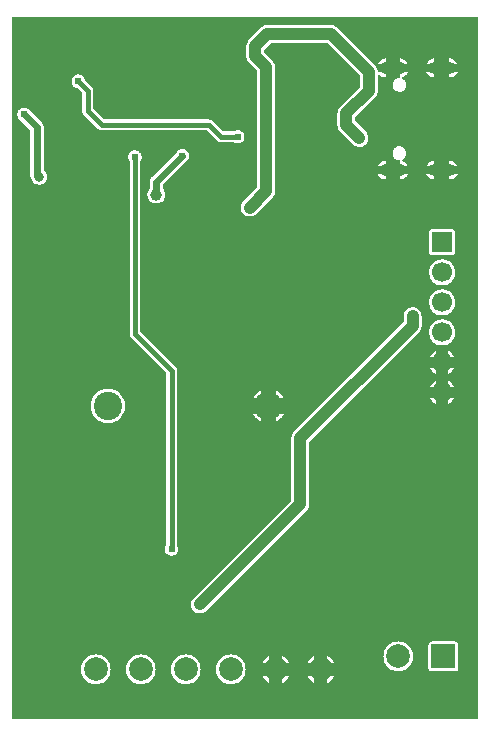
<source format=gbl>
G04 Layer: BottomLayer*
G04 EasyEDA v6.5.50, 2025-07-26 22:56:47*
G04 19dcf52f1c7e4662a813e58eb1d4b948,5db155e37078497989a25cdeaf243bf5,10*
G04 Gerber Generator version 0.2*
G04 Scale: 100 percent, Rotated: No, Reflected: No *
G04 Dimensions in millimeters *
G04 leading zeros omitted , absolute positions ,4 integer and 5 decimal *
%FSLAX45Y45*%
%MOMM*%

%ADD10C,0.4000*%
%ADD11C,1.0000*%
%ADD12C,0.6200*%
%ADD13C,0.6000*%
%ADD14R,1.7000X1.7000*%
%ADD15C,1.7000*%
%ADD16O,2.1999956000000003X1.0999978000000001*%
%ADD17O,2.2999954X1.0999978000000001*%
%ADD18C,2.4000*%
%ADD19C,2.0000*%
%ADD20R,2.0000X2.0000*%
%ADD21C,0.6200*%
%ADD22C,0.8000*%
%ADD23C,0.0132*%

%LPD*%
G36*
X36068Y25908D02*
G01*
X32156Y26670D01*
X28905Y28905D01*
X26670Y32156D01*
X25908Y36068D01*
X25908Y5963920D01*
X26670Y5967831D01*
X28905Y5971082D01*
X32156Y5973318D01*
X36068Y5974080D01*
X3963924Y5974080D01*
X3967835Y5973318D01*
X3971086Y5971082D01*
X3973322Y5967831D01*
X3974084Y5963920D01*
X3974084Y36068D01*
X3973322Y32156D01*
X3971086Y28905D01*
X3967835Y26670D01*
X3963924Y25908D01*
G37*

%LPC*%
G36*
X1880514Y324104D02*
G01*
X1895652Y325018D01*
X1910638Y327761D01*
X1925116Y332282D01*
X1938985Y338531D01*
X1951989Y346405D01*
X1963978Y355752D01*
X1974748Y366522D01*
X1984095Y378510D01*
X1991969Y391515D01*
X1998218Y405333D01*
X2002739Y419862D01*
X2005482Y434848D01*
X2006396Y449986D01*
X2005482Y465175D01*
X2002739Y480110D01*
X1998218Y494639D01*
X1991969Y508508D01*
X1984095Y521512D01*
X1974748Y533501D01*
X1963978Y544220D01*
X1951989Y553618D01*
X1938985Y561492D01*
X1925116Y567690D01*
X1910638Y572211D01*
X1895652Y574954D01*
X1880514Y575868D01*
X1865325Y574954D01*
X1850389Y572211D01*
X1835861Y567690D01*
X1821992Y561492D01*
X1808988Y553618D01*
X1796999Y544220D01*
X1786280Y533501D01*
X1776882Y521512D01*
X1769008Y508508D01*
X1762810Y494639D01*
X1758289Y480110D01*
X1755546Y465175D01*
X1754632Y449986D01*
X1755546Y434848D01*
X1758289Y419862D01*
X1762810Y405333D01*
X1769008Y391515D01*
X1776882Y378510D01*
X1786280Y366522D01*
X1796999Y355752D01*
X1808988Y346405D01*
X1821992Y338531D01*
X1835861Y332282D01*
X1850389Y327761D01*
X1865325Y325018D01*
G37*
G36*
X1118514Y324104D02*
G01*
X1133652Y325018D01*
X1148638Y327761D01*
X1163116Y332282D01*
X1176985Y338531D01*
X1189990Y346405D01*
X1201978Y355752D01*
X1212748Y366522D01*
X1222095Y378510D01*
X1229969Y391515D01*
X1236218Y405333D01*
X1240739Y419862D01*
X1243482Y434848D01*
X1244396Y449986D01*
X1243482Y465175D01*
X1240739Y480110D01*
X1236218Y494639D01*
X1229969Y508508D01*
X1222095Y521512D01*
X1212748Y533501D01*
X1201978Y544220D01*
X1189990Y553618D01*
X1176985Y561492D01*
X1163116Y567690D01*
X1148638Y572211D01*
X1133652Y574954D01*
X1118514Y575868D01*
X1103325Y574954D01*
X1088390Y572211D01*
X1073861Y567690D01*
X1059992Y561492D01*
X1046987Y553618D01*
X1034999Y544220D01*
X1024280Y533501D01*
X1014882Y521512D01*
X1007008Y508508D01*
X1000810Y494639D01*
X996289Y480110D01*
X993546Y465175D01*
X992632Y449986D01*
X993546Y434848D01*
X996289Y419862D01*
X1000810Y405333D01*
X1007008Y391515D01*
X1014882Y378510D01*
X1024280Y366522D01*
X1034999Y355752D01*
X1046987Y346405D01*
X1059992Y338531D01*
X1073861Y332282D01*
X1088390Y327761D01*
X1103325Y325018D01*
G37*
G36*
X737514Y324104D02*
G01*
X752652Y325018D01*
X767638Y327761D01*
X782116Y332282D01*
X795985Y338531D01*
X808990Y346405D01*
X820978Y355752D01*
X831748Y366522D01*
X841095Y378510D01*
X848969Y391515D01*
X855218Y405333D01*
X859739Y419862D01*
X862482Y434848D01*
X863396Y449986D01*
X862482Y465175D01*
X859739Y480110D01*
X855218Y494639D01*
X848969Y508508D01*
X841095Y521512D01*
X831748Y533501D01*
X820978Y544220D01*
X808990Y553618D01*
X795985Y561492D01*
X782116Y567690D01*
X767638Y572211D01*
X752652Y574954D01*
X737514Y575868D01*
X722325Y574954D01*
X707390Y572211D01*
X692861Y567690D01*
X678992Y561492D01*
X665988Y553618D01*
X653999Y544220D01*
X643280Y533501D01*
X633882Y521512D01*
X626008Y508508D01*
X619810Y494639D01*
X615289Y480110D01*
X612546Y465175D01*
X611632Y449986D01*
X612546Y434848D01*
X615289Y419862D01*
X619810Y405333D01*
X626008Y391515D01*
X633882Y378510D01*
X643280Y366522D01*
X653999Y355752D01*
X665988Y346405D01*
X678992Y338531D01*
X692861Y332282D01*
X707390Y327761D01*
X722325Y325018D01*
G37*
G36*
X1499514Y324104D02*
G01*
X1514652Y325018D01*
X1529638Y327761D01*
X1544116Y332282D01*
X1557985Y338531D01*
X1570990Y346405D01*
X1582978Y355752D01*
X1593748Y366522D01*
X1603095Y378510D01*
X1610969Y391515D01*
X1617218Y405333D01*
X1621739Y419862D01*
X1624482Y434848D01*
X1625396Y449986D01*
X1624482Y465175D01*
X1621739Y480110D01*
X1617218Y494639D01*
X1610969Y508508D01*
X1603095Y521512D01*
X1593748Y533501D01*
X1582978Y544220D01*
X1570990Y553618D01*
X1557985Y561492D01*
X1544116Y567690D01*
X1529638Y572211D01*
X1514652Y574954D01*
X1499514Y575868D01*
X1484325Y574954D01*
X1469390Y572211D01*
X1454861Y567690D01*
X1440992Y561492D01*
X1427988Y553618D01*
X1415999Y544220D01*
X1405280Y533501D01*
X1395882Y521512D01*
X1388008Y508508D01*
X1381810Y494639D01*
X1377289Y480110D01*
X1374546Y465175D01*
X1373632Y449986D01*
X1374546Y434848D01*
X1377289Y419862D01*
X1381810Y405333D01*
X1388008Y391515D01*
X1395882Y378510D01*
X1405280Y366522D01*
X1415999Y355752D01*
X1427988Y346405D01*
X1440992Y338531D01*
X1454861Y332282D01*
X1469390Y327761D01*
X1484325Y325018D01*
G37*
G36*
X2317851Y337566D02*
G01*
X2319985Y338531D01*
X2332990Y346405D01*
X2344978Y355752D01*
X2355748Y366522D01*
X2365095Y378510D01*
X2372969Y391515D01*
X2373934Y393649D01*
X2317851Y393649D01*
G37*
G36*
X2698851Y337566D02*
G01*
X2700985Y338531D01*
X2713990Y346405D01*
X2725978Y355752D01*
X2736748Y366522D01*
X2746095Y378510D01*
X2753969Y391515D01*
X2754934Y393649D01*
X2698851Y393649D01*
G37*
G36*
X2205126Y337566D02*
G01*
X2205126Y393649D01*
X2149043Y393649D01*
X2150008Y391515D01*
X2157882Y378510D01*
X2167280Y366522D01*
X2177999Y355752D01*
X2189988Y346405D01*
X2202992Y338531D01*
G37*
G36*
X2586126Y337566D02*
G01*
X2586126Y393649D01*
X2530043Y393649D01*
X2531008Y391515D01*
X2538882Y378510D01*
X2548280Y366522D01*
X2558999Y355752D01*
X2570988Y346405D01*
X2583992Y338531D01*
G37*
G36*
X3299510Y434085D02*
G01*
X3314649Y435051D01*
X3329635Y437743D01*
X3344113Y442315D01*
X3357981Y448513D01*
X3370986Y456387D01*
X3382975Y465785D01*
X3393744Y476504D01*
X3403092Y488492D01*
X3410965Y501497D01*
X3417214Y515366D01*
X3421735Y529894D01*
X3424478Y544830D01*
X3425393Y560019D01*
X3424478Y575157D01*
X3421735Y590143D01*
X3417214Y604621D01*
X3410965Y618490D01*
X3403092Y631494D01*
X3393744Y643483D01*
X3382975Y654253D01*
X3370986Y663600D01*
X3357981Y671474D01*
X3344113Y677722D01*
X3329635Y682244D01*
X3314649Y684987D01*
X3299510Y685901D01*
X3284321Y684987D01*
X3269386Y682244D01*
X3254857Y677722D01*
X3240989Y671474D01*
X3227984Y663600D01*
X3215995Y654253D01*
X3205276Y643483D01*
X3195878Y631494D01*
X3188004Y618490D01*
X3181807Y604621D01*
X3177286Y590143D01*
X3174542Y575157D01*
X3173628Y560019D01*
X3174542Y544830D01*
X3177286Y529894D01*
X3181807Y515366D01*
X3188004Y501497D01*
X3195878Y488492D01*
X3205276Y476504D01*
X3215995Y465785D01*
X3227984Y456387D01*
X3240989Y448513D01*
X3254857Y442315D01*
X3269386Y437743D01*
X3284321Y435051D01*
G37*
G36*
X3581044Y434085D02*
G01*
X3779926Y434085D01*
X3786225Y434797D01*
X3791712Y436727D01*
X3796588Y439775D01*
X3800703Y443890D01*
X3803802Y448767D01*
X3805682Y454253D01*
X3806393Y460552D01*
X3806393Y659434D01*
X3805682Y665734D01*
X3803802Y671220D01*
X3800703Y676097D01*
X3796588Y680212D01*
X3791712Y683260D01*
X3786225Y685190D01*
X3779926Y685901D01*
X3581044Y685901D01*
X3574745Y685190D01*
X3569258Y683260D01*
X3564382Y680212D01*
X3560267Y676097D01*
X3557219Y671220D01*
X3555288Y665734D01*
X3554577Y659434D01*
X3554577Y460552D01*
X3555288Y454253D01*
X3557219Y448767D01*
X3560267Y443890D01*
X3564382Y439775D01*
X3569258Y436727D01*
X3574745Y434797D01*
G37*
G36*
X2530043Y506323D02*
G01*
X2586126Y506323D01*
X2586126Y562457D01*
X2583992Y561492D01*
X2570988Y553618D01*
X2558999Y544220D01*
X2548280Y533501D01*
X2538882Y521512D01*
X2531008Y508508D01*
G37*
G36*
X2149043Y506323D02*
G01*
X2205126Y506323D01*
X2205126Y562457D01*
X2202992Y561492D01*
X2189988Y553618D01*
X2177999Y544220D01*
X2167280Y533501D01*
X2157882Y521512D01*
X2150008Y508508D01*
G37*
G36*
X2317851Y506323D02*
G01*
X2373934Y506323D01*
X2372969Y508508D01*
X2365095Y521512D01*
X2355748Y533501D01*
X2344978Y544220D01*
X2332990Y553618D01*
X2319985Y561492D01*
X2317851Y562457D01*
G37*
G36*
X2698851Y506323D02*
G01*
X2754934Y506323D01*
X2753969Y508508D01*
X2746095Y521512D01*
X2736748Y533501D01*
X2725978Y544220D01*
X2713990Y553618D01*
X2700985Y561492D01*
X2698851Y562457D01*
G37*
G36*
X1622806Y924153D02*
G01*
X1634083Y925423D01*
X1645056Y928369D01*
X1655419Y932891D01*
X1665020Y938936D01*
X1673910Y946607D01*
X2525522Y1798269D01*
X2531160Y1805076D01*
X2537206Y1814728D01*
X2538323Y1816912D01*
X2541727Y1825142D01*
X2542489Y1827479D01*
X2544622Y1836064D01*
X2545029Y1838502D01*
X2545842Y1847342D01*
X2545892Y2374341D01*
X2546705Y2378252D01*
X2548890Y2381554D01*
X3475482Y3308197D01*
X3481171Y3315055D01*
X3482594Y3317087D01*
X3487165Y3324707D01*
X3488283Y3326892D01*
X3491687Y3335070D01*
X3492449Y3337407D01*
X3494582Y3346043D01*
X3494989Y3348482D01*
X3495852Y3357321D01*
X3495903Y3439617D01*
X3495040Y3451301D01*
X3492500Y3462375D01*
X3488334Y3472942D01*
X3482695Y3482695D01*
X3474618Y3492652D01*
X3465982Y3500323D01*
X3456228Y3506673D01*
X3445560Y3511448D01*
X3434638Y3514496D01*
X3425444Y3515715D01*
X3414115Y3515664D01*
X3411474Y3515410D01*
X3402939Y3513937D01*
X3400044Y3513226D01*
X3392119Y3510584D01*
X3389071Y3509314D01*
X3381908Y3505657D01*
X3378809Y3503777D01*
X3372561Y3499256D01*
X3369564Y3496716D01*
X3364280Y3491534D01*
X3361486Y3488334D01*
X3357219Y3482695D01*
X3354781Y3478834D01*
X3351580Y3472891D01*
X3349599Y3468420D01*
X3347465Y3462324D01*
X3346094Y3457295D01*
X3344926Y3451301D01*
X3344316Y3445814D01*
X3344062Y3439820D01*
X3344062Y3395624D01*
X3343300Y3391763D01*
X3341115Y3388461D01*
X2416505Y2463850D01*
X2411425Y2458262D01*
X2407310Y2452827D01*
X2402890Y2445461D01*
X2399588Y2438349D01*
X2397506Y2432456D01*
X2395423Y2424125D01*
X2394305Y2415743D01*
X2394102Y2409799D01*
X2394102Y1885645D01*
X2393340Y1881784D01*
X2391105Y1878482D01*
X1566468Y1053846D01*
X1561388Y1048207D01*
X1559001Y1045159D01*
X1554683Y1038656D01*
X1552956Y1035558D01*
X1549552Y1028242D01*
X1548384Y1025194D01*
X1546047Y1017117D01*
X1545437Y1014272D01*
X1544320Y1005636D01*
X1544167Y1003096D01*
X1544574Y991514D01*
X1546707Y980338D01*
X1550416Y969670D01*
X1555750Y959612D01*
X1562455Y950518D01*
X1570532Y942441D01*
X1578711Y936345D01*
X1588973Y930757D01*
X1599895Y926846D01*
X1611274Y924610D01*
G37*
G36*
X1382420Y1413154D02*
G01*
X1391970Y1414424D01*
X1401216Y1417218D01*
X1409801Y1421587D01*
X1417574Y1427327D01*
X1424279Y1434287D01*
X1429664Y1442262D01*
X1433626Y1451051D01*
X1436065Y1460398D01*
X1436878Y1469999D01*
X1436065Y1479600D01*
X1433626Y1488948D01*
X1429664Y1497736D01*
X1427632Y1500733D01*
X1426311Y1503426D01*
X1425905Y1506423D01*
X1425854Y2981655D01*
X1424635Y2990392D01*
X1421942Y2998419D01*
X1417828Y3005836D01*
X1412138Y3012694D01*
X1118971Y3306114D01*
X1116787Y3309365D01*
X1116025Y3313277D01*
X1116025Y4753762D01*
X1116431Y4756708D01*
X1117752Y4759452D01*
X1119632Y4762246D01*
X1123645Y4771034D01*
X1126032Y4780381D01*
X1126896Y4789982D01*
X1126032Y4799584D01*
X1123645Y4808931D01*
X1119632Y4817719D01*
X1114247Y4825695D01*
X1107592Y4832654D01*
X1099820Y4838395D01*
X1091184Y4842764D01*
X1081989Y4845558D01*
X1072438Y4846828D01*
X1062786Y4846370D01*
X1053338Y4844338D01*
X1044397Y4840782D01*
X1036167Y4835702D01*
X1028953Y4829352D01*
X1022858Y4821834D01*
X1018184Y4813401D01*
X1014984Y4804308D01*
X1013358Y4794808D01*
X1013358Y4785156D01*
X1014984Y4775657D01*
X1018184Y4766564D01*
X1022908Y4758080D01*
X1023874Y4755692D01*
X1024178Y4753152D01*
X1024229Y3288334D01*
X1025448Y3279597D01*
X1028141Y3271570D01*
X1032256Y3264153D01*
X1037945Y3257296D01*
X1331112Y2963875D01*
X1333296Y2960624D01*
X1334058Y2956712D01*
X1334058Y1506626D01*
X1333754Y1504035D01*
X1332788Y1501648D01*
X1328166Y1493418D01*
X1324965Y1484325D01*
X1323340Y1474825D01*
X1323340Y1465173D01*
X1324965Y1455674D01*
X1328166Y1446580D01*
X1332890Y1438148D01*
X1338935Y1430629D01*
X1346200Y1424279D01*
X1354378Y1419199D01*
X1363370Y1415643D01*
X1372768Y1413611D01*
G37*
G36*
X839978Y2534107D02*
G01*
X856335Y2535021D01*
X872439Y2537764D01*
X888187Y2542286D01*
X903274Y2548534D01*
X917600Y2556459D01*
X930960Y2565908D01*
X943152Y2576830D01*
X954074Y2589022D01*
X963523Y2602382D01*
X971448Y2616708D01*
X977696Y2631795D01*
X982218Y2647543D01*
X984961Y2663647D01*
X985875Y2680004D01*
X984961Y2696311D01*
X982218Y2712466D01*
X977696Y2728163D01*
X971448Y2743301D01*
X963523Y2757627D01*
X954074Y2770936D01*
X943152Y2783179D01*
X930960Y2794050D01*
X917600Y2803499D01*
X903274Y2811424D01*
X888187Y2817723D01*
X872439Y2822244D01*
X856335Y2824988D01*
X839978Y2825902D01*
X823671Y2824988D01*
X807516Y2822244D01*
X791819Y2817723D01*
X776681Y2811424D01*
X762355Y2803499D01*
X749046Y2794050D01*
X736854Y2783179D01*
X725932Y2770936D01*
X716483Y2757627D01*
X708558Y2743301D01*
X702310Y2728163D01*
X697738Y2712466D01*
X695045Y2696311D01*
X694080Y2680004D01*
X695045Y2663647D01*
X697738Y2647543D01*
X702310Y2631795D01*
X708558Y2616708D01*
X716483Y2602382D01*
X725932Y2589022D01*
X736854Y2576830D01*
X749046Y2565908D01*
X762355Y2556459D01*
X776681Y2548534D01*
X791819Y2542286D01*
X807516Y2537764D01*
X823671Y2535021D01*
G37*
G36*
X2266340Y2550210D02*
G01*
X2277618Y2556459D01*
X2290978Y2565908D01*
X2303170Y2576830D01*
X2314041Y2589022D01*
X2323541Y2602382D01*
X2329738Y2613660D01*
X2266340Y2613660D01*
G37*
G36*
X2133650Y2550210D02*
G01*
X2133650Y2613660D01*
X2070252Y2613660D01*
X2076450Y2602382D01*
X2085949Y2589022D01*
X2096820Y2576830D01*
X2109012Y2565908D01*
X2122373Y2556459D01*
G37*
G36*
X3621125Y2695702D02*
G01*
X3621125Y2746146D01*
X3570681Y2746146D01*
X3575151Y2737510D01*
X3583279Y2725877D01*
X3592829Y2715361D01*
X3603650Y2706116D01*
X3615588Y2698394D01*
G37*
G36*
X3718864Y2695702D02*
G01*
X3724401Y2698394D01*
X3736340Y2706116D01*
X3747109Y2715361D01*
X3756710Y2725877D01*
X3764838Y2737510D01*
X3769309Y2746146D01*
X3718864Y2746146D01*
G37*
G36*
X2266340Y2746349D02*
G01*
X2329738Y2746349D01*
X2323541Y2757627D01*
X2314041Y2770936D01*
X2303170Y2783179D01*
X2290978Y2794050D01*
X2277618Y2803499D01*
X2266340Y2809748D01*
G37*
G36*
X2070252Y2746349D02*
G01*
X2133650Y2746349D01*
X2133650Y2809748D01*
X2122373Y2803499D01*
X2109012Y2794050D01*
X2096820Y2783179D01*
X2085949Y2770936D01*
X2076450Y2757627D01*
G37*
G36*
X3570579Y2843834D02*
G01*
X3621125Y2843834D01*
X3621125Y2894482D01*
X3609492Y2887929D01*
X3598113Y2879445D01*
X3587902Y2869539D01*
X3579063Y2858414D01*
X3571697Y2846273D01*
G37*
G36*
X3718864Y2843834D02*
G01*
X3769360Y2843834D01*
X3768293Y2846273D01*
X3760927Y2858414D01*
X3752087Y2869539D01*
X3741877Y2879445D01*
X3730498Y2887929D01*
X3718864Y2894482D01*
G37*
G36*
X3621125Y2949702D02*
G01*
X3621125Y3000146D01*
X3570681Y3000146D01*
X3575151Y2991510D01*
X3583279Y2979877D01*
X3592829Y2969361D01*
X3603650Y2960116D01*
X3615588Y2952394D01*
G37*
G36*
X3718864Y2949702D02*
G01*
X3724401Y2952394D01*
X3736340Y2960116D01*
X3747109Y2969361D01*
X3756710Y2979877D01*
X3764838Y2991510D01*
X3769309Y3000146D01*
X3718864Y3000146D01*
G37*
G36*
X3570579Y3097834D02*
G01*
X3621125Y3097834D01*
X3621125Y3148482D01*
X3609492Y3141929D01*
X3598113Y3133445D01*
X3587902Y3123539D01*
X3579063Y3112414D01*
X3571697Y3100273D01*
G37*
G36*
X3718864Y3097834D02*
G01*
X3769360Y3097834D01*
X3768293Y3100273D01*
X3760927Y3112414D01*
X3752087Y3123539D01*
X3741877Y3133445D01*
X3730498Y3141929D01*
X3718864Y3148482D01*
G37*
G36*
X3669995Y3192119D02*
G01*
X3684168Y3193034D01*
X3698138Y3195726D01*
X3711600Y3200196D01*
X3724401Y3206394D01*
X3736340Y3214116D01*
X3747109Y3223361D01*
X3756710Y3233877D01*
X3764838Y3245510D01*
X3771392Y3258108D01*
X3776319Y3271418D01*
X3779469Y3285286D01*
X3780840Y3299460D01*
X3780383Y3313633D01*
X3778097Y3327654D01*
X3774033Y3341268D01*
X3768293Y3354273D01*
X3760927Y3366414D01*
X3752087Y3377539D01*
X3741877Y3387445D01*
X3730498Y3395929D01*
X3718102Y3402888D01*
X3704945Y3408222D01*
X3691178Y3411829D01*
X3677107Y3413658D01*
X3662883Y3413658D01*
X3648811Y3411829D01*
X3635044Y3408222D01*
X3621887Y3402888D01*
X3609492Y3395929D01*
X3598113Y3387445D01*
X3587902Y3377539D01*
X3579063Y3366414D01*
X3571697Y3354273D01*
X3565906Y3341268D01*
X3561892Y3327654D01*
X3559606Y3313633D01*
X3559149Y3299460D01*
X3560521Y3285286D01*
X3563670Y3271418D01*
X3568598Y3258108D01*
X3575151Y3245510D01*
X3583279Y3233877D01*
X3592829Y3223361D01*
X3603650Y3214116D01*
X3615588Y3206394D01*
X3628390Y3200196D01*
X3641851Y3195726D01*
X3655822Y3193034D01*
G37*
G36*
X3669995Y3446119D02*
G01*
X3684168Y3447034D01*
X3698138Y3449726D01*
X3711600Y3454196D01*
X3724401Y3460394D01*
X3736340Y3468115D01*
X3747109Y3477361D01*
X3756710Y3487877D01*
X3764838Y3499510D01*
X3771392Y3512108D01*
X3776319Y3525418D01*
X3779469Y3539286D01*
X3780840Y3553460D01*
X3780383Y3567633D01*
X3778097Y3581654D01*
X3774033Y3595268D01*
X3768293Y3608273D01*
X3760927Y3620414D01*
X3752087Y3631539D01*
X3741877Y3641445D01*
X3730498Y3649929D01*
X3718102Y3656888D01*
X3704945Y3662222D01*
X3691178Y3665829D01*
X3677107Y3667658D01*
X3662883Y3667658D01*
X3648811Y3665829D01*
X3635044Y3662222D01*
X3621887Y3656888D01*
X3609492Y3649929D01*
X3598113Y3641445D01*
X3587902Y3631539D01*
X3579063Y3620414D01*
X3571697Y3608273D01*
X3565906Y3595268D01*
X3561892Y3581654D01*
X3559606Y3567633D01*
X3559149Y3553460D01*
X3560521Y3539286D01*
X3563670Y3525418D01*
X3568598Y3512108D01*
X3575151Y3499510D01*
X3583279Y3487877D01*
X3592829Y3477361D01*
X3603650Y3468115D01*
X3615588Y3460394D01*
X3628390Y3454196D01*
X3641851Y3449726D01*
X3655822Y3447034D01*
G37*
G36*
X3669995Y3700119D02*
G01*
X3684168Y3701034D01*
X3698138Y3703726D01*
X3711600Y3708196D01*
X3724401Y3714394D01*
X3736340Y3722115D01*
X3747109Y3731361D01*
X3756710Y3741877D01*
X3764838Y3753510D01*
X3771392Y3766108D01*
X3776319Y3779418D01*
X3779469Y3793286D01*
X3780840Y3807460D01*
X3780383Y3821633D01*
X3778097Y3835654D01*
X3774033Y3849268D01*
X3768293Y3862273D01*
X3760927Y3874414D01*
X3752087Y3885539D01*
X3741877Y3895445D01*
X3730498Y3903929D01*
X3718102Y3910888D01*
X3704945Y3916222D01*
X3691178Y3919829D01*
X3677107Y3921658D01*
X3662883Y3921658D01*
X3648811Y3919829D01*
X3635044Y3916222D01*
X3621887Y3910888D01*
X3609492Y3903929D01*
X3598113Y3895445D01*
X3587902Y3885539D01*
X3579063Y3874414D01*
X3571697Y3862273D01*
X3565906Y3849268D01*
X3561892Y3835654D01*
X3559606Y3821633D01*
X3559149Y3807460D01*
X3560521Y3793286D01*
X3563670Y3779418D01*
X3568598Y3766108D01*
X3575151Y3753510D01*
X3583279Y3741877D01*
X3592829Y3731361D01*
X3603650Y3722115D01*
X3615588Y3714394D01*
X3628390Y3708196D01*
X3641851Y3703726D01*
X3655822Y3701034D01*
G37*
G36*
X3585565Y3954068D02*
G01*
X3754424Y3954068D01*
X3760724Y3954779D01*
X3766210Y3956710D01*
X3771087Y3959809D01*
X3775201Y3963873D01*
X3778300Y3968800D01*
X3780180Y3974236D01*
X3780891Y3980586D01*
X3780891Y4149445D01*
X3780180Y4155744D01*
X3778300Y4161231D01*
X3775201Y4166108D01*
X3771087Y4170222D01*
X3766210Y4173270D01*
X3760724Y4175201D01*
X3754424Y4175912D01*
X3585565Y4175912D01*
X3579266Y4175201D01*
X3573779Y4173270D01*
X3568903Y4170222D01*
X3564788Y4166108D01*
X3561689Y4161231D01*
X3559810Y4155744D01*
X3559098Y4149445D01*
X3559098Y3980586D01*
X3559810Y3974236D01*
X3561689Y3968800D01*
X3564788Y3963873D01*
X3568903Y3959809D01*
X3573779Y3956710D01*
X3579266Y3954779D01*
G37*
G36*
X2042871Y4284167D02*
G01*
X2054098Y4285437D01*
X2065070Y4288383D01*
X2075434Y4292904D01*
X2085035Y4298950D01*
X2093925Y4306570D01*
X2235504Y4448251D01*
X2241194Y4455058D01*
X2242616Y4457090D01*
X2247188Y4464710D01*
X2248306Y4466894D01*
X2251710Y4475124D01*
X2252472Y4477461D01*
X2254605Y4486046D01*
X2255012Y4488484D01*
X2255875Y4497324D01*
X2255875Y5552643D01*
X2255012Y5561482D01*
X2254605Y5563920D01*
X2252472Y5572506D01*
X2251710Y5574893D01*
X2248306Y5583072D01*
X2247188Y5585307D01*
X2242616Y5592876D01*
X2241194Y5594908D01*
X2235504Y5601766D01*
X2168855Y5668467D01*
X2166670Y5671769D01*
X2165908Y5675630D01*
X2165908Y5694426D01*
X2166670Y5698286D01*
X2168855Y5701588D01*
X2218436Y5751169D01*
X2221738Y5753404D01*
X2225649Y5754166D01*
X2694330Y5754166D01*
X2698242Y5753404D01*
X2701544Y5751169D01*
X2971139Y5481574D01*
X2973374Y5478272D01*
X2974136Y5474360D01*
X2974136Y5385663D01*
X2973374Y5381752D01*
X2971139Y5378450D01*
X2804515Y5211775D01*
X2797454Y5202936D01*
X2792831Y5195316D01*
X2791714Y5193131D01*
X2787548Y5182565D01*
X2785414Y5173929D01*
X2785008Y5171490D01*
X2784195Y5162651D01*
X2784195Y5057292D01*
X2785008Y5048453D01*
X2785414Y5046014D01*
X2787548Y5037378D01*
X2791714Y5026812D01*
X2792831Y5024628D01*
X2797454Y5017008D01*
X2804515Y5008168D01*
X2916072Y4896561D01*
X2924962Y4888941D01*
X2934563Y4882896D01*
X2944926Y4878374D01*
X2955899Y4875428D01*
X2967177Y4874158D01*
X2978505Y4874564D01*
X2989630Y4876698D01*
X3000349Y4880406D01*
X3010357Y4885740D01*
X3019501Y4892446D01*
X3027527Y4900472D01*
X3034233Y4909616D01*
X3039567Y4919624D01*
X3043275Y4930343D01*
X3045409Y4941468D01*
X3045815Y4952796D01*
X3044545Y4964074D01*
X3041599Y4975047D01*
X3037078Y4985410D01*
X3031032Y4995011D01*
X3023412Y5003901D01*
X2938932Y5088382D01*
X2936748Y5091684D01*
X2935935Y5095595D01*
X2935935Y5124348D01*
X2936748Y5128260D01*
X2938932Y5131562D01*
X3105556Y5298236D01*
X3112617Y5307076D01*
X3117240Y5314696D01*
X3118358Y5316880D01*
X3121761Y5325110D01*
X3122523Y5327446D01*
X3124657Y5336082D01*
X3125063Y5338521D01*
X3125876Y5347360D01*
X3125927Y5475274D01*
X3126689Y5479186D01*
X3128924Y5482437D01*
X3132226Y5484672D01*
X3136087Y5485434D01*
X3139998Y5484672D01*
X3143300Y5482437D01*
X3144875Y5480862D01*
X3154121Y5473954D01*
X3164281Y5468416D01*
X3175101Y5464352D01*
X3186379Y5461914D01*
X3191510Y5461558D01*
X3191510Y5508142D01*
X3135579Y5508142D01*
X3131972Y5508802D01*
X3128822Y5510682D01*
X3126587Y5513527D01*
X3125470Y5517032D01*
X3124606Y5524144D01*
X3122523Y5532577D01*
X3121761Y5534914D01*
X3118358Y5543143D01*
X3117240Y5545328D01*
X3112617Y5552948D01*
X3107690Y5559196D01*
X3106267Y5561787D01*
X3103626Y5563768D01*
X2781757Y5885586D01*
X2772918Y5892647D01*
X2765298Y5897270D01*
X2763113Y5898388D01*
X2754884Y5901791D01*
X2752547Y5902553D01*
X2743911Y5904687D01*
X2741472Y5905093D01*
X2732633Y5905906D01*
X2187346Y5905906D01*
X2178507Y5905093D01*
X2176068Y5904687D01*
X2167432Y5902553D01*
X2165096Y5901791D01*
X2156866Y5898388D01*
X2154682Y5897270D01*
X2147062Y5892647D01*
X2138222Y5885586D01*
X2036368Y5783783D01*
X2028901Y5775096D01*
X2022805Y5765444D01*
X2018284Y5755030D01*
X2015337Y5744108D01*
X2014067Y5732678D01*
X2014118Y5637326D01*
X2014982Y5628487D01*
X2015388Y5626049D01*
X2017522Y5617413D01*
X2018284Y5615076D01*
X2021687Y5606897D01*
X2022805Y5604713D01*
X2027377Y5597093D01*
X2028799Y5595061D01*
X2034489Y5588203D01*
X2101138Y5521502D01*
X2103323Y5518200D01*
X2104085Y5514340D01*
X2104085Y4535627D01*
X2103323Y4531766D01*
X2101138Y4528464D01*
X1986483Y4413808D01*
X1981352Y4408220D01*
X1979015Y4405172D01*
X1974697Y4398670D01*
X1972970Y4395571D01*
X1969566Y4388256D01*
X1968398Y4385208D01*
X1966061Y4377131D01*
X1965452Y4374286D01*
X1964283Y4365650D01*
X1964334Y4353966D01*
X1964537Y4351782D01*
X1966722Y4340352D01*
X1970430Y4329633D01*
X1975764Y4319625D01*
X1982520Y4310430D01*
X1989480Y4303369D01*
X1998725Y4296308D01*
X2008936Y4290771D01*
X2019909Y4286808D01*
X2031288Y4284624D01*
G37*
G36*
X1252880Y4394149D02*
G01*
X1264462Y4395520D01*
X1275638Y4398568D01*
X1286256Y4403344D01*
X1296009Y4409643D01*
X1304645Y4417364D01*
X1312062Y4426356D01*
X1318006Y4436313D01*
X1322324Y4447082D01*
X1324965Y4458411D01*
X1325880Y4469993D01*
X1324965Y4481576D01*
X1322324Y4492904D01*
X1318006Y4503674D01*
X1312062Y4513630D01*
X1308252Y4518253D01*
X1306525Y4521301D01*
X1305915Y4524756D01*
X1305915Y4552645D01*
X1306677Y4556506D01*
X1308912Y4559808D01*
X1502410Y4753356D01*
X1507591Y4757318D01*
X1514246Y4764278D01*
X1519631Y4772253D01*
X1523644Y4781042D01*
X1526032Y4790389D01*
X1526844Y4799990D01*
X1526032Y4809591D01*
X1523644Y4818938D01*
X1519631Y4827727D01*
X1514246Y4835702D01*
X1507591Y4842662D01*
X1499819Y4848402D01*
X1491183Y4852771D01*
X1481988Y4855565D01*
X1472387Y4856835D01*
X1462786Y4856378D01*
X1453337Y4854346D01*
X1444396Y4850790D01*
X1436166Y4845710D01*
X1428953Y4839360D01*
X1422958Y4831994D01*
X1210614Y4619701D01*
X1207211Y4615942D01*
X1204214Y4612081D01*
X1201623Y4607966D01*
X1199337Y4603648D01*
X1197508Y4599127D01*
X1196035Y4594453D01*
X1194968Y4589729D01*
X1194308Y4584903D01*
X1194104Y4579772D01*
X1194104Y4525111D01*
X1193596Y4522012D01*
X1192225Y4519218D01*
X1184757Y4508754D01*
X1179626Y4498340D01*
X1176121Y4487265D01*
X1174343Y4475784D01*
X1174343Y4464202D01*
X1176121Y4452721D01*
X1179626Y4441647D01*
X1184757Y4431233D01*
X1191463Y4421733D01*
X1199489Y4413351D01*
X1208735Y4406290D01*
X1218946Y4400753D01*
X1229868Y4396841D01*
X1241298Y4394606D01*
G37*
G36*
X257352Y4554169D02*
G01*
X267919Y4554575D01*
X278333Y4556709D01*
X288239Y4560468D01*
X297434Y4565751D01*
X305612Y4572457D01*
X312674Y4580432D01*
X318312Y4589373D01*
X322478Y4599127D01*
X325018Y4609439D01*
X325882Y4620006D01*
X325018Y4630572D01*
X322478Y4640834D01*
X318312Y4650587D01*
X312674Y4659579D01*
X305612Y4667504D01*
X300634Y4671568D01*
X297891Y4675073D01*
X296926Y4679442D01*
X296926Y5039563D01*
X296113Y5049367D01*
X293776Y5058460D01*
X290017Y5067046D01*
X284835Y5075021D01*
X280009Y5080457D01*
X170332Y5190134D01*
X167640Y5192623D01*
X163017Y5196332D01*
X159918Y5198414D01*
X154940Y5201158D01*
X151282Y5202783D01*
X146202Y5204510D01*
X142036Y5205628D01*
X137007Y5206441D01*
X132435Y5206847D01*
X127660Y5206847D01*
X122732Y5206441D01*
X118364Y5205679D01*
X113283Y5204409D01*
X109372Y5203037D01*
X104343Y5200751D01*
X100939Y5198922D01*
X96113Y5195671D01*
X93319Y5193487D01*
X88849Y5189270D01*
X86664Y5186832D01*
X82804Y5181752D01*
X81178Y5179263D01*
X78079Y5173268D01*
X77063Y5170830D01*
X74879Y5164175D01*
X74371Y5161940D01*
X73152Y5152339D01*
X73558Y5142941D01*
X75488Y5133746D01*
X78892Y5125008D01*
X83718Y5116931D01*
X90068Y5109464D01*
X180136Y5019395D01*
X182321Y5016093D01*
X183083Y5012232D01*
X183083Y4640427D01*
X183896Y4630623D01*
X186232Y4621530D01*
X189992Y4612944D01*
X195580Y4604359D01*
X196697Y4602073D01*
X199390Y4594199D01*
X204317Y4584801D01*
X210667Y4576318D01*
X218338Y4568952D01*
X227075Y4562957D01*
X236626Y4558385D01*
X246837Y4555439D01*
G37*
G36*
X3604006Y4597349D02*
G01*
X3604006Y4644085D01*
X3534410Y4644085D01*
X3539845Y4634230D01*
X3546754Y4624984D01*
X3554882Y4616805D01*
X3564128Y4609896D01*
X3574287Y4604359D01*
X3585057Y4600346D01*
X3596335Y4597908D01*
G37*
G36*
X3731717Y4597349D02*
G01*
X3739387Y4597908D01*
X3750665Y4600346D01*
X3761486Y4604359D01*
X3771595Y4609896D01*
X3780840Y4616805D01*
X3788968Y4624984D01*
X3795928Y4634230D01*
X3801313Y4644085D01*
X3731717Y4644085D01*
G37*
G36*
X3314192Y4597552D02*
G01*
X3319373Y4597908D01*
X3330651Y4600346D01*
X3341471Y4604359D01*
X3351580Y4609896D01*
X3360826Y4616805D01*
X3369005Y4624984D01*
X3375914Y4634230D01*
X3381298Y4644085D01*
X3314192Y4644085D01*
G37*
G36*
X3191510Y4597552D02*
G01*
X3191510Y4644085D01*
X3124454Y4644085D01*
X3129838Y4634230D01*
X3136747Y4624984D01*
X3144875Y4616805D01*
X3154121Y4609896D01*
X3164281Y4604359D01*
X3175101Y4600346D01*
X3186379Y4597908D01*
G37*
G36*
X3124454Y4711801D02*
G01*
X3191510Y4711801D01*
X3191510Y4758385D01*
X3186379Y4758029D01*
X3175101Y4755540D01*
X3164281Y4751527D01*
X3154121Y4745990D01*
X3144875Y4739081D01*
X3136747Y4730902D01*
X3129838Y4721707D01*
G37*
G36*
X3731717Y4711801D02*
G01*
X3801313Y4711801D01*
X3795928Y4721656D01*
X3788968Y4730902D01*
X3780840Y4739081D01*
X3771595Y4745990D01*
X3761486Y4751527D01*
X3750665Y4755540D01*
X3739387Y4758029D01*
X3731717Y4758537D01*
G37*
G36*
X3534410Y4711801D02*
G01*
X3604006Y4711801D01*
X3604006Y4758537D01*
X3596335Y4758029D01*
X3585057Y4755540D01*
X3574287Y4751527D01*
X3564128Y4745990D01*
X3554882Y4739081D01*
X3546754Y4730902D01*
X3539845Y4721656D01*
G37*
G36*
X3314192Y4711801D02*
G01*
X3381298Y4711801D01*
X3375914Y4721707D01*
X3369005Y4730902D01*
X3360826Y4739081D01*
X3351580Y4745990D01*
X3341471Y4751527D01*
X3339592Y4752238D01*
X3336290Y4754270D01*
X3333953Y4757420D01*
X3332987Y4761179D01*
X3333546Y4765040D01*
X3335477Y4768443D01*
X3347465Y4777181D01*
X3354324Y4784344D01*
X3359861Y4792522D01*
X3363925Y4801565D01*
X3366465Y4811115D01*
X3367278Y4820970D01*
X3366465Y4830876D01*
X3363925Y4840427D01*
X3359861Y4849469D01*
X3354324Y4857648D01*
X3347465Y4864811D01*
X3339490Y4870704D01*
X3330651Y4875174D01*
X3321202Y4878070D01*
X3311398Y4879289D01*
X3301492Y4878882D01*
X3291840Y4876800D01*
X3282645Y4873091D01*
X3274212Y4867910D01*
X3266744Y4861407D01*
X3260547Y4853686D01*
X3255721Y4845050D01*
X3252419Y4835702D01*
X3250742Y4825949D01*
X3250742Y4816043D01*
X3252419Y4806289D01*
X3255721Y4796942D01*
X3260547Y4788306D01*
X3266744Y4780584D01*
X3274212Y4774082D01*
X3282645Y4768900D01*
X3291840Y4765192D01*
X3301492Y4763109D01*
X3304489Y4762957D01*
X3308248Y4762093D01*
X3311398Y4759858D01*
X3313480Y4756607D01*
X3314192Y4752797D01*
G37*
G36*
X1942439Y4903165D02*
G01*
X1951989Y4904384D01*
X1961184Y4907229D01*
X1969820Y4911547D01*
X1977593Y4917287D01*
X1984248Y4924247D01*
X1989632Y4932273D01*
X1993646Y4941062D01*
X1996033Y4950358D01*
X1996897Y4959959D01*
X1996033Y4969611D01*
X1993646Y4978908D01*
X1989632Y4987696D01*
X1984248Y4995722D01*
X1977593Y5002682D01*
X1969820Y5008422D01*
X1961184Y5012740D01*
X1951989Y5015585D01*
X1942439Y5016804D01*
X1932787Y5016398D01*
X1923338Y5014366D01*
X1914398Y5010759D01*
X1909114Y5007508D01*
X1906574Y5006390D01*
X1903831Y5006035D01*
X1823262Y5006035D01*
X1819402Y5006797D01*
X1816100Y5008981D01*
X1731213Y5093614D01*
X1724152Y5098948D01*
X1716582Y5102707D01*
X1708454Y5104993D01*
X1699564Y5105857D01*
X813206Y5105857D01*
X809294Y5106619D01*
X805992Y5108803D01*
X718921Y5196078D01*
X716737Y5199380D01*
X715975Y5203240D01*
X715924Y5351780D01*
X714705Y5360517D01*
X712012Y5368544D01*
X707898Y5375910D01*
X702157Y5382818D01*
X648208Y5436768D01*
X646582Y5438902D01*
X645566Y5441391D01*
X643636Y5448909D01*
X639622Y5457698D01*
X634238Y5465724D01*
X627583Y5472684D01*
X619810Y5478424D01*
X611174Y5482742D01*
X601980Y5485587D01*
X592429Y5486806D01*
X582777Y5486400D01*
X573328Y5484368D01*
X564388Y5480761D01*
X556158Y5475732D01*
X548944Y5469331D01*
X542848Y5461812D01*
X538175Y5453430D01*
X534974Y5444337D01*
X533349Y5434787D01*
X533349Y5425186D01*
X534974Y5415635D01*
X538175Y5406542D01*
X542848Y5398160D01*
X548944Y5390642D01*
X556158Y5384241D01*
X564388Y5379212D01*
X573328Y5375605D01*
X578307Y5374538D01*
X580999Y5373522D01*
X583336Y5371795D01*
X621182Y5333949D01*
X623366Y5330647D01*
X624128Y5326786D01*
X624179Y5178348D01*
X625398Y5169611D01*
X628091Y5161584D01*
X632206Y5154218D01*
X637895Y5147310D01*
X758748Y5026253D01*
X765810Y5020919D01*
X773379Y5017160D01*
X781507Y5014874D01*
X790397Y5014010D01*
X1676857Y5014010D01*
X1680718Y5013248D01*
X1684020Y5011064D01*
X1768906Y4926431D01*
X1775968Y4921097D01*
X1783537Y4917338D01*
X1791665Y4915052D01*
X1800555Y4914188D01*
X1903374Y4914188D01*
X1906168Y4913833D01*
X1908708Y4912715D01*
X1914398Y4909210D01*
X1923338Y4905603D01*
X1932787Y4903571D01*
G37*
G36*
X3311347Y5340654D02*
G01*
X3321151Y5341924D01*
X3330600Y5344820D01*
X3339439Y5349290D01*
X3347415Y5355132D01*
X3354273Y5362295D01*
X3359810Y5370525D01*
X3363874Y5379516D01*
X3366414Y5389118D01*
X3367227Y5398973D01*
X3366414Y5408828D01*
X3363874Y5418429D01*
X3359810Y5427421D01*
X3354273Y5435650D01*
X3347415Y5442813D01*
X3335528Y5451500D01*
X3333546Y5454904D01*
X3333038Y5458764D01*
X3333953Y5462524D01*
X3336290Y5465673D01*
X3339592Y5467705D01*
X3341471Y5468416D01*
X3351580Y5473954D01*
X3360826Y5480862D01*
X3369005Y5488990D01*
X3375914Y5498236D01*
X3381298Y5508142D01*
X3314192Y5508142D01*
X3314192Y5467146D01*
X3313480Y5463387D01*
X3311398Y5460136D01*
X3308248Y5457901D01*
X3304489Y5456986D01*
X3301441Y5456885D01*
X3291789Y5454802D01*
X3282594Y5451094D01*
X3274161Y5445912D01*
X3266694Y5439359D01*
X3260496Y5431637D01*
X3255670Y5423001D01*
X3252368Y5413705D01*
X3250692Y5403900D01*
X3250692Y5394045D01*
X3252368Y5384241D01*
X3255670Y5374944D01*
X3260496Y5366308D01*
X3266694Y5358587D01*
X3274161Y5352034D01*
X3282594Y5346852D01*
X3291789Y5343144D01*
X3301441Y5341061D01*
G37*
G36*
X3731717Y5461355D02*
G01*
X3739387Y5461914D01*
X3750665Y5464352D01*
X3761435Y5468416D01*
X3771595Y5473954D01*
X3780840Y5480862D01*
X3788968Y5488990D01*
X3795877Y5498236D01*
X3801313Y5508142D01*
X3731717Y5508142D01*
G37*
G36*
X3604006Y5461355D02*
G01*
X3604006Y5508142D01*
X3534410Y5508142D01*
X3539794Y5498236D01*
X3546754Y5488990D01*
X3554882Y5480862D01*
X3564128Y5473954D01*
X3574237Y5468416D01*
X3585057Y5464352D01*
X3596335Y5461914D01*
G37*
G36*
X3314192Y5575808D02*
G01*
X3381298Y5575808D01*
X3375914Y5585714D01*
X3369005Y5594959D01*
X3360826Y5603087D01*
X3351580Y5609996D01*
X3341471Y5615533D01*
X3330651Y5619597D01*
X3319373Y5622036D01*
X3314192Y5622391D01*
G37*
G36*
X3124454Y5575808D02*
G01*
X3191510Y5575808D01*
X3191510Y5622391D01*
X3186379Y5622036D01*
X3175101Y5619597D01*
X3164281Y5615533D01*
X3154121Y5609996D01*
X3144875Y5603087D01*
X3136747Y5594959D01*
X3129838Y5585714D01*
G37*
G36*
X3534410Y5575808D02*
G01*
X3604006Y5575808D01*
X3604006Y5622594D01*
X3596335Y5622036D01*
X3585057Y5619597D01*
X3574237Y5615533D01*
X3564128Y5609996D01*
X3554882Y5603087D01*
X3546754Y5594959D01*
X3539794Y5585714D01*
G37*
G36*
X3731717Y5575808D02*
G01*
X3801313Y5575808D01*
X3795877Y5585714D01*
X3788968Y5594959D01*
X3780840Y5603087D01*
X3771595Y5609996D01*
X3761435Y5615533D01*
X3750665Y5619597D01*
X3739387Y5622036D01*
X3731717Y5622594D01*
G37*

%LPD*%
D10*
X1070102Y4789931D02*
G01*
X1070102Y3290062D01*
X1379981Y2979928D01*
X1379981Y1469897D01*
D11*
X2470000Y2410005D02*
G01*
X3419983Y3359985D01*
X3419983Y3439998D01*
X1619986Y999997D02*
G01*
X2470000Y1850011D01*
X2470000Y2410005D01*
X3050034Y5349999D02*
G01*
X2860042Y5160007D01*
X2860042Y5059931D01*
X2969996Y4949977D01*
X2089911Y5729986D02*
G01*
X2189988Y5830062D01*
X2729991Y5830062D01*
X3050031Y5510021D01*
X3050031Y5350002D01*
D10*
X590042Y5430012D02*
G01*
X670052Y5350002D01*
X670052Y5180076D01*
X789939Y5059934D01*
X1700021Y5059934D01*
X1800097Y4960112D01*
X1940052Y4960112D01*
D12*
X129999Y5149989D02*
G01*
X239999Y5039989D01*
X239999Y4639990D01*
X259999Y4619990D01*
D11*
X2179995Y5549988D02*
G01*
X2089993Y5639991D01*
X2089993Y5729993D01*
X2180008Y5549973D02*
G01*
X2180008Y4499993D01*
X2040000Y4359986D01*
D13*
X1469994Y4799992D02*
G01*
X1250010Y4580008D01*
X1250010Y4469993D01*
D14*
G01*
X3669995Y4064990D03*
D15*
G01*
X3669995Y3810990D03*
G01*
X3669995Y3556990D03*
G01*
X3669995Y3302990D03*
G01*
X3669995Y3048990D03*
G01*
X3669995Y2794990D03*
D16*
G01*
X3252850Y4677994D03*
G01*
X3252850Y5541975D03*
D17*
G01*
X3667861Y5542000D03*
G01*
X3667861Y4677994D03*
D18*
G01*
X2200020Y2680004D03*
G01*
X840003Y2680004D03*
D19*
G01*
X1499514Y449986D03*
G01*
X2642514Y449986D03*
G01*
X2261514Y449986D03*
G01*
X1880514Y449986D03*
G01*
X1118514Y449986D03*
G01*
X737514Y449986D03*
G01*
X3299485Y559993D03*
D20*
G01*
X3680485Y559993D03*
D21*
G01*
X589991Y5429986D03*
G01*
X1070000Y4789982D03*
G01*
X1380007Y1469999D03*
D11*
G01*
X1619986Y999997D03*
G01*
X2469997Y2410002D03*
G01*
X3419983Y3439998D03*
G01*
X2040000Y4359986D03*
D21*
G01*
X2180005Y5549976D03*
G01*
X3049981Y5349976D03*
G01*
X2969996Y4949977D03*
G01*
X1940001Y4959985D03*
D11*
G01*
X2199995Y3029991D03*
G01*
X2199995Y2399995D03*
D21*
G01*
X350012Y3980002D03*
D11*
G01*
X3119983Y1140002D03*
G01*
X3429990Y2229993D03*
G01*
X119989Y2140000D03*
G01*
X950010Y3559987D03*
G01*
X470001Y4789982D03*
G01*
X1659991Y4789982D03*
G01*
X329996Y5919978D03*
G01*
X1810004Y5919978D03*
D21*
G01*
X2619984Y5549976D03*
G01*
X2850006Y3639997D03*
G01*
X2510002Y3649979D03*
G01*
X3039999Y4519980D03*
G01*
X3369995Y4329988D03*
G01*
X3049981Y4789982D03*
G01*
X3039999Y5799988D03*
G01*
X3599992Y5889980D03*
G01*
X119989Y5689980D03*
G01*
X110007Y4619980D03*
G01*
X1129995Y1549984D03*
G01*
X2119985Y1999995D03*
G01*
X729995Y3280003D03*
G01*
X750011Y4799990D03*
D22*
G01*
X259994Y4619980D03*
D21*
G01*
X129997Y5149977D03*
G01*
X1469999Y4799990D03*
D11*
G01*
X1250010Y4469993D03*
G01*
X1529994Y4380001D03*
M02*

</source>
